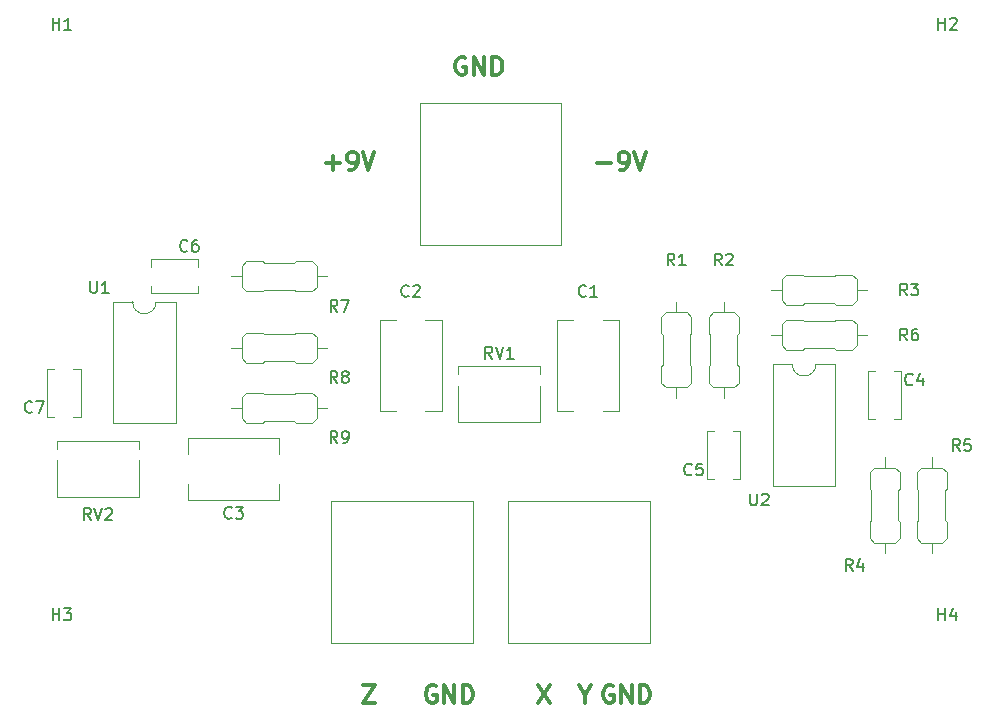
<source format=gto>
G04 #@! TF.GenerationSoftware,KiCad,Pcbnew,7.0.1*
G04 #@! TF.CreationDate,2023-05-01T00:30:29+02:00*
G04 #@! TF.ProjectId,ChuaCircuits,43687561-4369-4726-9375-6974732e6b69,rev?*
G04 #@! TF.SameCoordinates,Original*
G04 #@! TF.FileFunction,Legend,Top*
G04 #@! TF.FilePolarity,Positive*
%FSLAX46Y46*%
G04 Gerber Fmt 4.6, Leading zero omitted, Abs format (unit mm)*
G04 Created by KiCad (PCBNEW 7.0.1) date 2023-05-01 00:30:29*
%MOMM*%
%LPD*%
G01*
G04 APERTURE LIST*
%ADD10C,0.300000*%
%ADD11C,0.150000*%
%ADD12C,0.100000*%
%ADD13C,0.120000*%
%ADD14C,4.700000*%
%ADD15C,1.500000*%
%ADD16O,1.600000X1.600000*%
%ADD17C,1.600000*%
%ADD18C,2.000000*%
%ADD19C,1.440000*%
G04 APERTURE END LIST*
D10*
X107752143Y-66042857D02*
X107609286Y-65971428D01*
X107609286Y-65971428D02*
X107395000Y-65971428D01*
X107395000Y-65971428D02*
X107180714Y-66042857D01*
X107180714Y-66042857D02*
X107037857Y-66185714D01*
X107037857Y-66185714D02*
X106966428Y-66328571D01*
X106966428Y-66328571D02*
X106895000Y-66614285D01*
X106895000Y-66614285D02*
X106895000Y-66828571D01*
X106895000Y-66828571D02*
X106966428Y-67114285D01*
X106966428Y-67114285D02*
X107037857Y-67257142D01*
X107037857Y-67257142D02*
X107180714Y-67400000D01*
X107180714Y-67400000D02*
X107395000Y-67471428D01*
X107395000Y-67471428D02*
X107537857Y-67471428D01*
X107537857Y-67471428D02*
X107752143Y-67400000D01*
X107752143Y-67400000D02*
X107823571Y-67328571D01*
X107823571Y-67328571D02*
X107823571Y-66828571D01*
X107823571Y-66828571D02*
X107537857Y-66828571D01*
X108466428Y-67471428D02*
X108466428Y-65971428D01*
X108466428Y-65971428D02*
X109323571Y-67471428D01*
X109323571Y-67471428D02*
X109323571Y-65971428D01*
X110037857Y-67471428D02*
X110037857Y-65971428D01*
X110037857Y-65971428D02*
X110395000Y-65971428D01*
X110395000Y-65971428D02*
X110609286Y-66042857D01*
X110609286Y-66042857D02*
X110752143Y-66185714D01*
X110752143Y-66185714D02*
X110823572Y-66328571D01*
X110823572Y-66328571D02*
X110895000Y-66614285D01*
X110895000Y-66614285D02*
X110895000Y-66828571D01*
X110895000Y-66828571D02*
X110823572Y-67114285D01*
X110823572Y-67114285D02*
X110752143Y-67257142D01*
X110752143Y-67257142D02*
X110609286Y-67400000D01*
X110609286Y-67400000D02*
X110395000Y-67471428D01*
X110395000Y-67471428D02*
X110037857Y-67471428D01*
X95977142Y-74930000D02*
X97120000Y-74930000D01*
X96548571Y-75501428D02*
X96548571Y-74358571D01*
X97905714Y-75501428D02*
X98191428Y-75501428D01*
X98191428Y-75501428D02*
X98334285Y-75430000D01*
X98334285Y-75430000D02*
X98405714Y-75358571D01*
X98405714Y-75358571D02*
X98548571Y-75144285D01*
X98548571Y-75144285D02*
X98620000Y-74858571D01*
X98620000Y-74858571D02*
X98620000Y-74287142D01*
X98620000Y-74287142D02*
X98548571Y-74144285D01*
X98548571Y-74144285D02*
X98477143Y-74072857D01*
X98477143Y-74072857D02*
X98334285Y-74001428D01*
X98334285Y-74001428D02*
X98048571Y-74001428D01*
X98048571Y-74001428D02*
X97905714Y-74072857D01*
X97905714Y-74072857D02*
X97834285Y-74144285D01*
X97834285Y-74144285D02*
X97762857Y-74287142D01*
X97762857Y-74287142D02*
X97762857Y-74644285D01*
X97762857Y-74644285D02*
X97834285Y-74787142D01*
X97834285Y-74787142D02*
X97905714Y-74858571D01*
X97905714Y-74858571D02*
X98048571Y-74930000D01*
X98048571Y-74930000D02*
X98334285Y-74930000D01*
X98334285Y-74930000D02*
X98477143Y-74858571D01*
X98477143Y-74858571D02*
X98548571Y-74787142D01*
X98548571Y-74787142D02*
X98620000Y-74644285D01*
X99048571Y-74001428D02*
X99548571Y-75501428D01*
X99548571Y-75501428D02*
X100048571Y-74001428D01*
X118937142Y-74930000D02*
X120080000Y-74930000D01*
X120865714Y-75501428D02*
X121151428Y-75501428D01*
X121151428Y-75501428D02*
X121294285Y-75430000D01*
X121294285Y-75430000D02*
X121365714Y-75358571D01*
X121365714Y-75358571D02*
X121508571Y-75144285D01*
X121508571Y-75144285D02*
X121580000Y-74858571D01*
X121580000Y-74858571D02*
X121580000Y-74287142D01*
X121580000Y-74287142D02*
X121508571Y-74144285D01*
X121508571Y-74144285D02*
X121437143Y-74072857D01*
X121437143Y-74072857D02*
X121294285Y-74001428D01*
X121294285Y-74001428D02*
X121008571Y-74001428D01*
X121008571Y-74001428D02*
X120865714Y-74072857D01*
X120865714Y-74072857D02*
X120794285Y-74144285D01*
X120794285Y-74144285D02*
X120722857Y-74287142D01*
X120722857Y-74287142D02*
X120722857Y-74644285D01*
X120722857Y-74644285D02*
X120794285Y-74787142D01*
X120794285Y-74787142D02*
X120865714Y-74858571D01*
X120865714Y-74858571D02*
X121008571Y-74930000D01*
X121008571Y-74930000D02*
X121294285Y-74930000D01*
X121294285Y-74930000D02*
X121437143Y-74858571D01*
X121437143Y-74858571D02*
X121508571Y-74787142D01*
X121508571Y-74787142D02*
X121580000Y-74644285D01*
X122008571Y-74001428D02*
X122508571Y-75501428D01*
X122508571Y-75501428D02*
X123008571Y-74001428D01*
X117895000Y-119942142D02*
X117895000Y-120656428D01*
X117395000Y-119156428D02*
X117895000Y-119942142D01*
X117895000Y-119942142D02*
X118395000Y-119156428D01*
X113895000Y-119156428D02*
X114895000Y-120656428D01*
X114895000Y-119156428D02*
X113895000Y-120656428D01*
X99084285Y-119156428D02*
X100084285Y-119156428D01*
X100084285Y-119156428D02*
X99084285Y-120656428D01*
X99084285Y-120656428D02*
X100084285Y-120656428D01*
X105252143Y-119227857D02*
X105109286Y-119156428D01*
X105109286Y-119156428D02*
X104895000Y-119156428D01*
X104895000Y-119156428D02*
X104680714Y-119227857D01*
X104680714Y-119227857D02*
X104537857Y-119370714D01*
X104537857Y-119370714D02*
X104466428Y-119513571D01*
X104466428Y-119513571D02*
X104395000Y-119799285D01*
X104395000Y-119799285D02*
X104395000Y-120013571D01*
X104395000Y-120013571D02*
X104466428Y-120299285D01*
X104466428Y-120299285D02*
X104537857Y-120442142D01*
X104537857Y-120442142D02*
X104680714Y-120585000D01*
X104680714Y-120585000D02*
X104895000Y-120656428D01*
X104895000Y-120656428D02*
X105037857Y-120656428D01*
X105037857Y-120656428D02*
X105252143Y-120585000D01*
X105252143Y-120585000D02*
X105323571Y-120513571D01*
X105323571Y-120513571D02*
X105323571Y-120013571D01*
X105323571Y-120013571D02*
X105037857Y-120013571D01*
X105966428Y-120656428D02*
X105966428Y-119156428D01*
X105966428Y-119156428D02*
X106823571Y-120656428D01*
X106823571Y-120656428D02*
X106823571Y-119156428D01*
X107537857Y-120656428D02*
X107537857Y-119156428D01*
X107537857Y-119156428D02*
X107895000Y-119156428D01*
X107895000Y-119156428D02*
X108109286Y-119227857D01*
X108109286Y-119227857D02*
X108252143Y-119370714D01*
X108252143Y-119370714D02*
X108323572Y-119513571D01*
X108323572Y-119513571D02*
X108395000Y-119799285D01*
X108395000Y-119799285D02*
X108395000Y-120013571D01*
X108395000Y-120013571D02*
X108323572Y-120299285D01*
X108323572Y-120299285D02*
X108252143Y-120442142D01*
X108252143Y-120442142D02*
X108109286Y-120585000D01*
X108109286Y-120585000D02*
X107895000Y-120656428D01*
X107895000Y-120656428D02*
X107537857Y-120656428D01*
X120252143Y-119227857D02*
X120109286Y-119156428D01*
X120109286Y-119156428D02*
X119895000Y-119156428D01*
X119895000Y-119156428D02*
X119680714Y-119227857D01*
X119680714Y-119227857D02*
X119537857Y-119370714D01*
X119537857Y-119370714D02*
X119466428Y-119513571D01*
X119466428Y-119513571D02*
X119395000Y-119799285D01*
X119395000Y-119799285D02*
X119395000Y-120013571D01*
X119395000Y-120013571D02*
X119466428Y-120299285D01*
X119466428Y-120299285D02*
X119537857Y-120442142D01*
X119537857Y-120442142D02*
X119680714Y-120585000D01*
X119680714Y-120585000D02*
X119895000Y-120656428D01*
X119895000Y-120656428D02*
X120037857Y-120656428D01*
X120037857Y-120656428D02*
X120252143Y-120585000D01*
X120252143Y-120585000D02*
X120323571Y-120513571D01*
X120323571Y-120513571D02*
X120323571Y-120013571D01*
X120323571Y-120013571D02*
X120037857Y-120013571D01*
X120966428Y-120656428D02*
X120966428Y-119156428D01*
X120966428Y-119156428D02*
X121823571Y-120656428D01*
X121823571Y-120656428D02*
X121823571Y-119156428D01*
X122537857Y-120656428D02*
X122537857Y-119156428D01*
X122537857Y-119156428D02*
X122895000Y-119156428D01*
X122895000Y-119156428D02*
X123109286Y-119227857D01*
X123109286Y-119227857D02*
X123252143Y-119370714D01*
X123252143Y-119370714D02*
X123323572Y-119513571D01*
X123323572Y-119513571D02*
X123395000Y-119799285D01*
X123395000Y-119799285D02*
X123395000Y-120013571D01*
X123395000Y-120013571D02*
X123323572Y-120299285D01*
X123323572Y-120299285D02*
X123252143Y-120442142D01*
X123252143Y-120442142D02*
X123109286Y-120585000D01*
X123109286Y-120585000D02*
X122895000Y-120656428D01*
X122895000Y-120656428D02*
X122537857Y-120656428D01*
D11*
X147798094Y-113642618D02*
X147798094Y-112642618D01*
X147798094Y-113118808D02*
X148369522Y-113118808D01*
X148369522Y-113642618D02*
X148369522Y-112642618D01*
X149274284Y-112975951D02*
X149274284Y-113642618D01*
X149036189Y-112594999D02*
X148798094Y-113309284D01*
X148798094Y-113309284D02*
X149417141Y-113309284D01*
X72798096Y-113642618D02*
X72798096Y-112642618D01*
X72798096Y-113118808D02*
X73369524Y-113118808D01*
X73369524Y-113642618D02*
X73369524Y-112642618D01*
X73750477Y-112642618D02*
X74369524Y-112642618D01*
X74369524Y-112642618D02*
X74036191Y-113023570D01*
X74036191Y-113023570D02*
X74179048Y-113023570D01*
X74179048Y-113023570D02*
X74274286Y-113071189D01*
X74274286Y-113071189D02*
X74321905Y-113118808D01*
X74321905Y-113118808D02*
X74369524Y-113214046D01*
X74369524Y-113214046D02*
X74369524Y-113452141D01*
X74369524Y-113452141D02*
X74321905Y-113547379D01*
X74321905Y-113547379D02*
X74274286Y-113594999D01*
X74274286Y-113594999D02*
X74179048Y-113642618D01*
X74179048Y-113642618D02*
X73893334Y-113642618D01*
X73893334Y-113642618D02*
X73798096Y-113594999D01*
X73798096Y-113594999D02*
X73750477Y-113547379D01*
X147798094Y-63642620D02*
X147798094Y-62642620D01*
X147798094Y-63118810D02*
X148369522Y-63118810D01*
X148369522Y-63642620D02*
X148369522Y-62642620D01*
X148798094Y-62737858D02*
X148845713Y-62690239D01*
X148845713Y-62690239D02*
X148940951Y-62642620D01*
X148940951Y-62642620D02*
X149179046Y-62642620D01*
X149179046Y-62642620D02*
X149274284Y-62690239D01*
X149274284Y-62690239D02*
X149321903Y-62737858D01*
X149321903Y-62737858D02*
X149369522Y-62833096D01*
X149369522Y-62833096D02*
X149369522Y-62928334D01*
X149369522Y-62928334D02*
X149321903Y-63071191D01*
X149321903Y-63071191D02*
X148750475Y-63642620D01*
X148750475Y-63642620D02*
X149369522Y-63642620D01*
X72798093Y-63642619D02*
X72798093Y-62642619D01*
X72798093Y-63118809D02*
X73369521Y-63118809D01*
X73369521Y-63642619D02*
X73369521Y-62642619D01*
X74369521Y-63642619D02*
X73798093Y-63642619D01*
X74083807Y-63642619D02*
X74083807Y-62642619D01*
X74083807Y-62642619D02*
X73988569Y-62785476D01*
X73988569Y-62785476D02*
X73893331Y-62880714D01*
X73893331Y-62880714D02*
X73798093Y-62928333D01*
X125453333Y-83602619D02*
X125120000Y-83126428D01*
X124881905Y-83602619D02*
X124881905Y-82602619D01*
X124881905Y-82602619D02*
X125262857Y-82602619D01*
X125262857Y-82602619D02*
X125358095Y-82650238D01*
X125358095Y-82650238D02*
X125405714Y-82697857D01*
X125405714Y-82697857D02*
X125453333Y-82793095D01*
X125453333Y-82793095D02*
X125453333Y-82935952D01*
X125453333Y-82935952D02*
X125405714Y-83031190D01*
X125405714Y-83031190D02*
X125358095Y-83078809D01*
X125358095Y-83078809D02*
X125262857Y-83126428D01*
X125262857Y-83126428D02*
X124881905Y-83126428D01*
X126405714Y-83602619D02*
X125834286Y-83602619D01*
X126120000Y-83602619D02*
X126120000Y-82602619D01*
X126120000Y-82602619D02*
X126024762Y-82745476D01*
X126024762Y-82745476D02*
X125929524Y-82840714D01*
X125929524Y-82840714D02*
X125834286Y-82888333D01*
X71053333Y-96007380D02*
X71005714Y-96055000D01*
X71005714Y-96055000D02*
X70862857Y-96102619D01*
X70862857Y-96102619D02*
X70767619Y-96102619D01*
X70767619Y-96102619D02*
X70624762Y-96055000D01*
X70624762Y-96055000D02*
X70529524Y-95959761D01*
X70529524Y-95959761D02*
X70481905Y-95864523D01*
X70481905Y-95864523D02*
X70434286Y-95674047D01*
X70434286Y-95674047D02*
X70434286Y-95531190D01*
X70434286Y-95531190D02*
X70481905Y-95340714D01*
X70481905Y-95340714D02*
X70529524Y-95245476D01*
X70529524Y-95245476D02*
X70624762Y-95150238D01*
X70624762Y-95150238D02*
X70767619Y-95102619D01*
X70767619Y-95102619D02*
X70862857Y-95102619D01*
X70862857Y-95102619D02*
X71005714Y-95150238D01*
X71005714Y-95150238D02*
X71053333Y-95197857D01*
X71386667Y-95102619D02*
X72053333Y-95102619D01*
X72053333Y-95102619D02*
X71624762Y-96102619D01*
X117953333Y-86167380D02*
X117905714Y-86215000D01*
X117905714Y-86215000D02*
X117762857Y-86262619D01*
X117762857Y-86262619D02*
X117667619Y-86262619D01*
X117667619Y-86262619D02*
X117524762Y-86215000D01*
X117524762Y-86215000D02*
X117429524Y-86119761D01*
X117429524Y-86119761D02*
X117381905Y-86024523D01*
X117381905Y-86024523D02*
X117334286Y-85834047D01*
X117334286Y-85834047D02*
X117334286Y-85691190D01*
X117334286Y-85691190D02*
X117381905Y-85500714D01*
X117381905Y-85500714D02*
X117429524Y-85405476D01*
X117429524Y-85405476D02*
X117524762Y-85310238D01*
X117524762Y-85310238D02*
X117667619Y-85262619D01*
X117667619Y-85262619D02*
X117762857Y-85262619D01*
X117762857Y-85262619D02*
X117905714Y-85310238D01*
X117905714Y-85310238D02*
X117953333Y-85357857D01*
X118905714Y-86262619D02*
X118334286Y-86262619D01*
X118620000Y-86262619D02*
X118620000Y-85262619D01*
X118620000Y-85262619D02*
X118524762Y-85405476D01*
X118524762Y-85405476D02*
X118429524Y-85500714D01*
X118429524Y-85500714D02*
X118334286Y-85548333D01*
X84213333Y-82347380D02*
X84165714Y-82395000D01*
X84165714Y-82395000D02*
X84022857Y-82442619D01*
X84022857Y-82442619D02*
X83927619Y-82442619D01*
X83927619Y-82442619D02*
X83784762Y-82395000D01*
X83784762Y-82395000D02*
X83689524Y-82299761D01*
X83689524Y-82299761D02*
X83641905Y-82204523D01*
X83641905Y-82204523D02*
X83594286Y-82014047D01*
X83594286Y-82014047D02*
X83594286Y-81871190D01*
X83594286Y-81871190D02*
X83641905Y-81680714D01*
X83641905Y-81680714D02*
X83689524Y-81585476D01*
X83689524Y-81585476D02*
X83784762Y-81490238D01*
X83784762Y-81490238D02*
X83927619Y-81442619D01*
X83927619Y-81442619D02*
X84022857Y-81442619D01*
X84022857Y-81442619D02*
X84165714Y-81490238D01*
X84165714Y-81490238D02*
X84213333Y-81537857D01*
X85070476Y-81442619D02*
X84880000Y-81442619D01*
X84880000Y-81442619D02*
X84784762Y-81490238D01*
X84784762Y-81490238D02*
X84737143Y-81537857D01*
X84737143Y-81537857D02*
X84641905Y-81680714D01*
X84641905Y-81680714D02*
X84594286Y-81871190D01*
X84594286Y-81871190D02*
X84594286Y-82252142D01*
X84594286Y-82252142D02*
X84641905Y-82347380D01*
X84641905Y-82347380D02*
X84689524Y-82395000D01*
X84689524Y-82395000D02*
X84784762Y-82442619D01*
X84784762Y-82442619D02*
X84975238Y-82442619D01*
X84975238Y-82442619D02*
X85070476Y-82395000D01*
X85070476Y-82395000D02*
X85118095Y-82347380D01*
X85118095Y-82347380D02*
X85165714Y-82252142D01*
X85165714Y-82252142D02*
X85165714Y-82014047D01*
X85165714Y-82014047D02*
X85118095Y-81918809D01*
X85118095Y-81918809D02*
X85070476Y-81871190D01*
X85070476Y-81871190D02*
X84975238Y-81823571D01*
X84975238Y-81823571D02*
X84784762Y-81823571D01*
X84784762Y-81823571D02*
X84689524Y-81871190D01*
X84689524Y-81871190D02*
X84641905Y-81918809D01*
X84641905Y-81918809D02*
X84594286Y-82014047D01*
X102953333Y-86167380D02*
X102905714Y-86215000D01*
X102905714Y-86215000D02*
X102762857Y-86262619D01*
X102762857Y-86262619D02*
X102667619Y-86262619D01*
X102667619Y-86262619D02*
X102524762Y-86215000D01*
X102524762Y-86215000D02*
X102429524Y-86119761D01*
X102429524Y-86119761D02*
X102381905Y-86024523D01*
X102381905Y-86024523D02*
X102334286Y-85834047D01*
X102334286Y-85834047D02*
X102334286Y-85691190D01*
X102334286Y-85691190D02*
X102381905Y-85500714D01*
X102381905Y-85500714D02*
X102429524Y-85405476D01*
X102429524Y-85405476D02*
X102524762Y-85310238D01*
X102524762Y-85310238D02*
X102667619Y-85262619D01*
X102667619Y-85262619D02*
X102762857Y-85262619D01*
X102762857Y-85262619D02*
X102905714Y-85310238D01*
X102905714Y-85310238D02*
X102953333Y-85357857D01*
X103334286Y-85357857D02*
X103381905Y-85310238D01*
X103381905Y-85310238D02*
X103477143Y-85262619D01*
X103477143Y-85262619D02*
X103715238Y-85262619D01*
X103715238Y-85262619D02*
X103810476Y-85310238D01*
X103810476Y-85310238D02*
X103858095Y-85357857D01*
X103858095Y-85357857D02*
X103905714Y-85453095D01*
X103905714Y-85453095D02*
X103905714Y-85548333D01*
X103905714Y-85548333D02*
X103858095Y-85691190D01*
X103858095Y-85691190D02*
X103286667Y-86262619D01*
X103286667Y-86262619D02*
X103905714Y-86262619D01*
X110024761Y-91492619D02*
X109691428Y-91016428D01*
X109453333Y-91492619D02*
X109453333Y-90492619D01*
X109453333Y-90492619D02*
X109834285Y-90492619D01*
X109834285Y-90492619D02*
X109929523Y-90540238D01*
X109929523Y-90540238D02*
X109977142Y-90587857D01*
X109977142Y-90587857D02*
X110024761Y-90683095D01*
X110024761Y-90683095D02*
X110024761Y-90825952D01*
X110024761Y-90825952D02*
X109977142Y-90921190D01*
X109977142Y-90921190D02*
X109929523Y-90968809D01*
X109929523Y-90968809D02*
X109834285Y-91016428D01*
X109834285Y-91016428D02*
X109453333Y-91016428D01*
X110310476Y-90492619D02*
X110643809Y-91492619D01*
X110643809Y-91492619D02*
X110977142Y-90492619D01*
X111834285Y-91492619D02*
X111262857Y-91492619D01*
X111548571Y-91492619D02*
X111548571Y-90492619D01*
X111548571Y-90492619D02*
X111453333Y-90635476D01*
X111453333Y-90635476D02*
X111358095Y-90730714D01*
X111358095Y-90730714D02*
X111262857Y-90778333D01*
X129453333Y-83602619D02*
X129120000Y-83126428D01*
X128881905Y-83602619D02*
X128881905Y-82602619D01*
X128881905Y-82602619D02*
X129262857Y-82602619D01*
X129262857Y-82602619D02*
X129358095Y-82650238D01*
X129358095Y-82650238D02*
X129405714Y-82697857D01*
X129405714Y-82697857D02*
X129453333Y-82793095D01*
X129453333Y-82793095D02*
X129453333Y-82935952D01*
X129453333Y-82935952D02*
X129405714Y-83031190D01*
X129405714Y-83031190D02*
X129358095Y-83078809D01*
X129358095Y-83078809D02*
X129262857Y-83126428D01*
X129262857Y-83126428D02*
X128881905Y-83126428D01*
X129834286Y-82697857D02*
X129881905Y-82650238D01*
X129881905Y-82650238D02*
X129977143Y-82602619D01*
X129977143Y-82602619D02*
X130215238Y-82602619D01*
X130215238Y-82602619D02*
X130310476Y-82650238D01*
X130310476Y-82650238D02*
X130358095Y-82697857D01*
X130358095Y-82697857D02*
X130405714Y-82793095D01*
X130405714Y-82793095D02*
X130405714Y-82888333D01*
X130405714Y-82888333D02*
X130358095Y-83031190D01*
X130358095Y-83031190D02*
X129786667Y-83602619D01*
X129786667Y-83602619D02*
X130405714Y-83602619D01*
X145153333Y-89952619D02*
X144820000Y-89476428D01*
X144581905Y-89952619D02*
X144581905Y-88952619D01*
X144581905Y-88952619D02*
X144962857Y-88952619D01*
X144962857Y-88952619D02*
X145058095Y-89000238D01*
X145058095Y-89000238D02*
X145105714Y-89047857D01*
X145105714Y-89047857D02*
X145153333Y-89143095D01*
X145153333Y-89143095D02*
X145153333Y-89285952D01*
X145153333Y-89285952D02*
X145105714Y-89381190D01*
X145105714Y-89381190D02*
X145058095Y-89428809D01*
X145058095Y-89428809D02*
X144962857Y-89476428D01*
X144962857Y-89476428D02*
X144581905Y-89476428D01*
X146010476Y-88952619D02*
X145820000Y-88952619D01*
X145820000Y-88952619D02*
X145724762Y-89000238D01*
X145724762Y-89000238D02*
X145677143Y-89047857D01*
X145677143Y-89047857D02*
X145581905Y-89190714D01*
X145581905Y-89190714D02*
X145534286Y-89381190D01*
X145534286Y-89381190D02*
X145534286Y-89762142D01*
X145534286Y-89762142D02*
X145581905Y-89857380D01*
X145581905Y-89857380D02*
X145629524Y-89905000D01*
X145629524Y-89905000D02*
X145724762Y-89952619D01*
X145724762Y-89952619D02*
X145915238Y-89952619D01*
X145915238Y-89952619D02*
X146010476Y-89905000D01*
X146010476Y-89905000D02*
X146058095Y-89857380D01*
X146058095Y-89857380D02*
X146105714Y-89762142D01*
X146105714Y-89762142D02*
X146105714Y-89524047D01*
X146105714Y-89524047D02*
X146058095Y-89428809D01*
X146058095Y-89428809D02*
X146010476Y-89381190D01*
X146010476Y-89381190D02*
X145915238Y-89333571D01*
X145915238Y-89333571D02*
X145724762Y-89333571D01*
X145724762Y-89333571D02*
X145629524Y-89381190D01*
X145629524Y-89381190D02*
X145581905Y-89428809D01*
X145581905Y-89428809D02*
X145534286Y-89524047D01*
X126913333Y-101287380D02*
X126865714Y-101335000D01*
X126865714Y-101335000D02*
X126722857Y-101382619D01*
X126722857Y-101382619D02*
X126627619Y-101382619D01*
X126627619Y-101382619D02*
X126484762Y-101335000D01*
X126484762Y-101335000D02*
X126389524Y-101239761D01*
X126389524Y-101239761D02*
X126341905Y-101144523D01*
X126341905Y-101144523D02*
X126294286Y-100954047D01*
X126294286Y-100954047D02*
X126294286Y-100811190D01*
X126294286Y-100811190D02*
X126341905Y-100620714D01*
X126341905Y-100620714D02*
X126389524Y-100525476D01*
X126389524Y-100525476D02*
X126484762Y-100430238D01*
X126484762Y-100430238D02*
X126627619Y-100382619D01*
X126627619Y-100382619D02*
X126722857Y-100382619D01*
X126722857Y-100382619D02*
X126865714Y-100430238D01*
X126865714Y-100430238D02*
X126913333Y-100477857D01*
X127818095Y-100382619D02*
X127341905Y-100382619D01*
X127341905Y-100382619D02*
X127294286Y-100858809D01*
X127294286Y-100858809D02*
X127341905Y-100811190D01*
X127341905Y-100811190D02*
X127437143Y-100763571D01*
X127437143Y-100763571D02*
X127675238Y-100763571D01*
X127675238Y-100763571D02*
X127770476Y-100811190D01*
X127770476Y-100811190D02*
X127818095Y-100858809D01*
X127818095Y-100858809D02*
X127865714Y-100954047D01*
X127865714Y-100954047D02*
X127865714Y-101192142D01*
X127865714Y-101192142D02*
X127818095Y-101287380D01*
X127818095Y-101287380D02*
X127770476Y-101335000D01*
X127770476Y-101335000D02*
X127675238Y-101382619D01*
X127675238Y-101382619D02*
X127437143Y-101382619D01*
X127437143Y-101382619D02*
X127341905Y-101335000D01*
X127341905Y-101335000D02*
X127294286Y-101287380D01*
X76044761Y-105157619D02*
X75711428Y-104681428D01*
X75473333Y-105157619D02*
X75473333Y-104157619D01*
X75473333Y-104157619D02*
X75854285Y-104157619D01*
X75854285Y-104157619D02*
X75949523Y-104205238D01*
X75949523Y-104205238D02*
X75997142Y-104252857D01*
X75997142Y-104252857D02*
X76044761Y-104348095D01*
X76044761Y-104348095D02*
X76044761Y-104490952D01*
X76044761Y-104490952D02*
X75997142Y-104586190D01*
X75997142Y-104586190D02*
X75949523Y-104633809D01*
X75949523Y-104633809D02*
X75854285Y-104681428D01*
X75854285Y-104681428D02*
X75473333Y-104681428D01*
X76330476Y-104157619D02*
X76663809Y-105157619D01*
X76663809Y-105157619D02*
X76997142Y-104157619D01*
X77282857Y-104252857D02*
X77330476Y-104205238D01*
X77330476Y-104205238D02*
X77425714Y-104157619D01*
X77425714Y-104157619D02*
X77663809Y-104157619D01*
X77663809Y-104157619D02*
X77759047Y-104205238D01*
X77759047Y-104205238D02*
X77806666Y-104252857D01*
X77806666Y-104252857D02*
X77854285Y-104348095D01*
X77854285Y-104348095D02*
X77854285Y-104443333D01*
X77854285Y-104443333D02*
X77806666Y-104586190D01*
X77806666Y-104586190D02*
X77235238Y-105157619D01*
X77235238Y-105157619D02*
X77854285Y-105157619D01*
X140533333Y-109462619D02*
X140200000Y-108986428D01*
X139961905Y-109462619D02*
X139961905Y-108462619D01*
X139961905Y-108462619D02*
X140342857Y-108462619D01*
X140342857Y-108462619D02*
X140438095Y-108510238D01*
X140438095Y-108510238D02*
X140485714Y-108557857D01*
X140485714Y-108557857D02*
X140533333Y-108653095D01*
X140533333Y-108653095D02*
X140533333Y-108795952D01*
X140533333Y-108795952D02*
X140485714Y-108891190D01*
X140485714Y-108891190D02*
X140438095Y-108938809D01*
X140438095Y-108938809D02*
X140342857Y-108986428D01*
X140342857Y-108986428D02*
X139961905Y-108986428D01*
X141390476Y-108795952D02*
X141390476Y-109462619D01*
X141152381Y-108415000D02*
X140914286Y-109129285D01*
X140914286Y-109129285D02*
X141533333Y-109129285D01*
X131858095Y-102922619D02*
X131858095Y-103732142D01*
X131858095Y-103732142D02*
X131905714Y-103827380D01*
X131905714Y-103827380D02*
X131953333Y-103875000D01*
X131953333Y-103875000D02*
X132048571Y-103922619D01*
X132048571Y-103922619D02*
X132239047Y-103922619D01*
X132239047Y-103922619D02*
X132334285Y-103875000D01*
X132334285Y-103875000D02*
X132381904Y-103827380D01*
X132381904Y-103827380D02*
X132429523Y-103732142D01*
X132429523Y-103732142D02*
X132429523Y-102922619D01*
X132858095Y-103017857D02*
X132905714Y-102970238D01*
X132905714Y-102970238D02*
X133000952Y-102922619D01*
X133000952Y-102922619D02*
X133239047Y-102922619D01*
X133239047Y-102922619D02*
X133334285Y-102970238D01*
X133334285Y-102970238D02*
X133381904Y-103017857D01*
X133381904Y-103017857D02*
X133429523Y-103113095D01*
X133429523Y-103113095D02*
X133429523Y-103208333D01*
X133429523Y-103208333D02*
X133381904Y-103351190D01*
X133381904Y-103351190D02*
X132810476Y-103922619D01*
X132810476Y-103922619D02*
X133429523Y-103922619D01*
X96913333Y-93562619D02*
X96580000Y-93086428D01*
X96341905Y-93562619D02*
X96341905Y-92562619D01*
X96341905Y-92562619D02*
X96722857Y-92562619D01*
X96722857Y-92562619D02*
X96818095Y-92610238D01*
X96818095Y-92610238D02*
X96865714Y-92657857D01*
X96865714Y-92657857D02*
X96913333Y-92753095D01*
X96913333Y-92753095D02*
X96913333Y-92895952D01*
X96913333Y-92895952D02*
X96865714Y-92991190D01*
X96865714Y-92991190D02*
X96818095Y-93038809D01*
X96818095Y-93038809D02*
X96722857Y-93086428D01*
X96722857Y-93086428D02*
X96341905Y-93086428D01*
X97484762Y-92991190D02*
X97389524Y-92943571D01*
X97389524Y-92943571D02*
X97341905Y-92895952D01*
X97341905Y-92895952D02*
X97294286Y-92800714D01*
X97294286Y-92800714D02*
X97294286Y-92753095D01*
X97294286Y-92753095D02*
X97341905Y-92657857D01*
X97341905Y-92657857D02*
X97389524Y-92610238D01*
X97389524Y-92610238D02*
X97484762Y-92562619D01*
X97484762Y-92562619D02*
X97675238Y-92562619D01*
X97675238Y-92562619D02*
X97770476Y-92610238D01*
X97770476Y-92610238D02*
X97818095Y-92657857D01*
X97818095Y-92657857D02*
X97865714Y-92753095D01*
X97865714Y-92753095D02*
X97865714Y-92800714D01*
X97865714Y-92800714D02*
X97818095Y-92895952D01*
X97818095Y-92895952D02*
X97770476Y-92943571D01*
X97770476Y-92943571D02*
X97675238Y-92991190D01*
X97675238Y-92991190D02*
X97484762Y-92991190D01*
X97484762Y-92991190D02*
X97389524Y-93038809D01*
X97389524Y-93038809D02*
X97341905Y-93086428D01*
X97341905Y-93086428D02*
X97294286Y-93181666D01*
X97294286Y-93181666D02*
X97294286Y-93372142D01*
X97294286Y-93372142D02*
X97341905Y-93467380D01*
X97341905Y-93467380D02*
X97389524Y-93515000D01*
X97389524Y-93515000D02*
X97484762Y-93562619D01*
X97484762Y-93562619D02*
X97675238Y-93562619D01*
X97675238Y-93562619D02*
X97770476Y-93515000D01*
X97770476Y-93515000D02*
X97818095Y-93467380D01*
X97818095Y-93467380D02*
X97865714Y-93372142D01*
X97865714Y-93372142D02*
X97865714Y-93181666D01*
X97865714Y-93181666D02*
X97818095Y-93086428D01*
X97818095Y-93086428D02*
X97770476Y-93038809D01*
X97770476Y-93038809D02*
X97675238Y-92991190D01*
X149613333Y-99302619D02*
X149280000Y-98826428D01*
X149041905Y-99302619D02*
X149041905Y-98302619D01*
X149041905Y-98302619D02*
X149422857Y-98302619D01*
X149422857Y-98302619D02*
X149518095Y-98350238D01*
X149518095Y-98350238D02*
X149565714Y-98397857D01*
X149565714Y-98397857D02*
X149613333Y-98493095D01*
X149613333Y-98493095D02*
X149613333Y-98635952D01*
X149613333Y-98635952D02*
X149565714Y-98731190D01*
X149565714Y-98731190D02*
X149518095Y-98778809D01*
X149518095Y-98778809D02*
X149422857Y-98826428D01*
X149422857Y-98826428D02*
X149041905Y-98826428D01*
X150518095Y-98302619D02*
X150041905Y-98302619D01*
X150041905Y-98302619D02*
X149994286Y-98778809D01*
X149994286Y-98778809D02*
X150041905Y-98731190D01*
X150041905Y-98731190D02*
X150137143Y-98683571D01*
X150137143Y-98683571D02*
X150375238Y-98683571D01*
X150375238Y-98683571D02*
X150470476Y-98731190D01*
X150470476Y-98731190D02*
X150518095Y-98778809D01*
X150518095Y-98778809D02*
X150565714Y-98874047D01*
X150565714Y-98874047D02*
X150565714Y-99112142D01*
X150565714Y-99112142D02*
X150518095Y-99207380D01*
X150518095Y-99207380D02*
X150470476Y-99255000D01*
X150470476Y-99255000D02*
X150375238Y-99302619D01*
X150375238Y-99302619D02*
X150137143Y-99302619D01*
X150137143Y-99302619D02*
X150041905Y-99255000D01*
X150041905Y-99255000D02*
X149994286Y-99207380D01*
X96913333Y-98642619D02*
X96580000Y-98166428D01*
X96341905Y-98642619D02*
X96341905Y-97642619D01*
X96341905Y-97642619D02*
X96722857Y-97642619D01*
X96722857Y-97642619D02*
X96818095Y-97690238D01*
X96818095Y-97690238D02*
X96865714Y-97737857D01*
X96865714Y-97737857D02*
X96913333Y-97833095D01*
X96913333Y-97833095D02*
X96913333Y-97975952D01*
X96913333Y-97975952D02*
X96865714Y-98071190D01*
X96865714Y-98071190D02*
X96818095Y-98118809D01*
X96818095Y-98118809D02*
X96722857Y-98166428D01*
X96722857Y-98166428D02*
X96341905Y-98166428D01*
X97389524Y-98642619D02*
X97580000Y-98642619D01*
X97580000Y-98642619D02*
X97675238Y-98595000D01*
X97675238Y-98595000D02*
X97722857Y-98547380D01*
X97722857Y-98547380D02*
X97818095Y-98404523D01*
X97818095Y-98404523D02*
X97865714Y-98214047D01*
X97865714Y-98214047D02*
X97865714Y-97833095D01*
X97865714Y-97833095D02*
X97818095Y-97737857D01*
X97818095Y-97737857D02*
X97770476Y-97690238D01*
X97770476Y-97690238D02*
X97675238Y-97642619D01*
X97675238Y-97642619D02*
X97484762Y-97642619D01*
X97484762Y-97642619D02*
X97389524Y-97690238D01*
X97389524Y-97690238D02*
X97341905Y-97737857D01*
X97341905Y-97737857D02*
X97294286Y-97833095D01*
X97294286Y-97833095D02*
X97294286Y-98071190D01*
X97294286Y-98071190D02*
X97341905Y-98166428D01*
X97341905Y-98166428D02*
X97389524Y-98214047D01*
X97389524Y-98214047D02*
X97484762Y-98261666D01*
X97484762Y-98261666D02*
X97675238Y-98261666D01*
X97675238Y-98261666D02*
X97770476Y-98214047D01*
X97770476Y-98214047D02*
X97818095Y-98166428D01*
X97818095Y-98166428D02*
X97865714Y-98071190D01*
X87963333Y-104957380D02*
X87915714Y-105005000D01*
X87915714Y-105005000D02*
X87772857Y-105052619D01*
X87772857Y-105052619D02*
X87677619Y-105052619D01*
X87677619Y-105052619D02*
X87534762Y-105005000D01*
X87534762Y-105005000D02*
X87439524Y-104909761D01*
X87439524Y-104909761D02*
X87391905Y-104814523D01*
X87391905Y-104814523D02*
X87344286Y-104624047D01*
X87344286Y-104624047D02*
X87344286Y-104481190D01*
X87344286Y-104481190D02*
X87391905Y-104290714D01*
X87391905Y-104290714D02*
X87439524Y-104195476D01*
X87439524Y-104195476D02*
X87534762Y-104100238D01*
X87534762Y-104100238D02*
X87677619Y-104052619D01*
X87677619Y-104052619D02*
X87772857Y-104052619D01*
X87772857Y-104052619D02*
X87915714Y-104100238D01*
X87915714Y-104100238D02*
X87963333Y-104147857D01*
X88296667Y-104052619D02*
X88915714Y-104052619D01*
X88915714Y-104052619D02*
X88582381Y-104433571D01*
X88582381Y-104433571D02*
X88725238Y-104433571D01*
X88725238Y-104433571D02*
X88820476Y-104481190D01*
X88820476Y-104481190D02*
X88868095Y-104528809D01*
X88868095Y-104528809D02*
X88915714Y-104624047D01*
X88915714Y-104624047D02*
X88915714Y-104862142D01*
X88915714Y-104862142D02*
X88868095Y-104957380D01*
X88868095Y-104957380D02*
X88820476Y-105005000D01*
X88820476Y-105005000D02*
X88725238Y-105052619D01*
X88725238Y-105052619D02*
X88439524Y-105052619D01*
X88439524Y-105052619D02*
X88344286Y-105005000D01*
X88344286Y-105005000D02*
X88296667Y-104957380D01*
X96913333Y-87522619D02*
X96580000Y-87046428D01*
X96341905Y-87522619D02*
X96341905Y-86522619D01*
X96341905Y-86522619D02*
X96722857Y-86522619D01*
X96722857Y-86522619D02*
X96818095Y-86570238D01*
X96818095Y-86570238D02*
X96865714Y-86617857D01*
X96865714Y-86617857D02*
X96913333Y-86713095D01*
X96913333Y-86713095D02*
X96913333Y-86855952D01*
X96913333Y-86855952D02*
X96865714Y-86951190D01*
X96865714Y-86951190D02*
X96818095Y-86998809D01*
X96818095Y-86998809D02*
X96722857Y-87046428D01*
X96722857Y-87046428D02*
X96341905Y-87046428D01*
X97246667Y-86522619D02*
X97913333Y-86522619D01*
X97913333Y-86522619D02*
X97484762Y-87522619D01*
X145613333Y-93667380D02*
X145565714Y-93715000D01*
X145565714Y-93715000D02*
X145422857Y-93762619D01*
X145422857Y-93762619D02*
X145327619Y-93762619D01*
X145327619Y-93762619D02*
X145184762Y-93715000D01*
X145184762Y-93715000D02*
X145089524Y-93619761D01*
X145089524Y-93619761D02*
X145041905Y-93524523D01*
X145041905Y-93524523D02*
X144994286Y-93334047D01*
X144994286Y-93334047D02*
X144994286Y-93191190D01*
X144994286Y-93191190D02*
X145041905Y-93000714D01*
X145041905Y-93000714D02*
X145089524Y-92905476D01*
X145089524Y-92905476D02*
X145184762Y-92810238D01*
X145184762Y-92810238D02*
X145327619Y-92762619D01*
X145327619Y-92762619D02*
X145422857Y-92762619D01*
X145422857Y-92762619D02*
X145565714Y-92810238D01*
X145565714Y-92810238D02*
X145613333Y-92857857D01*
X146470476Y-93095952D02*
X146470476Y-93762619D01*
X146232381Y-92715000D02*
X145994286Y-93429285D01*
X145994286Y-93429285D02*
X146613333Y-93429285D01*
X145153333Y-86142619D02*
X144820000Y-85666428D01*
X144581905Y-86142619D02*
X144581905Y-85142619D01*
X144581905Y-85142619D02*
X144962857Y-85142619D01*
X144962857Y-85142619D02*
X145058095Y-85190238D01*
X145058095Y-85190238D02*
X145105714Y-85237857D01*
X145105714Y-85237857D02*
X145153333Y-85333095D01*
X145153333Y-85333095D02*
X145153333Y-85475952D01*
X145153333Y-85475952D02*
X145105714Y-85571190D01*
X145105714Y-85571190D02*
X145058095Y-85618809D01*
X145058095Y-85618809D02*
X144962857Y-85666428D01*
X144962857Y-85666428D02*
X144581905Y-85666428D01*
X145486667Y-85142619D02*
X146105714Y-85142619D01*
X146105714Y-85142619D02*
X145772381Y-85523571D01*
X145772381Y-85523571D02*
X145915238Y-85523571D01*
X145915238Y-85523571D02*
X146010476Y-85571190D01*
X146010476Y-85571190D02*
X146058095Y-85618809D01*
X146058095Y-85618809D02*
X146105714Y-85714047D01*
X146105714Y-85714047D02*
X146105714Y-85952142D01*
X146105714Y-85952142D02*
X146058095Y-86047380D01*
X146058095Y-86047380D02*
X146010476Y-86095000D01*
X146010476Y-86095000D02*
X145915238Y-86142619D01*
X145915238Y-86142619D02*
X145629524Y-86142619D01*
X145629524Y-86142619D02*
X145534286Y-86095000D01*
X145534286Y-86095000D02*
X145486667Y-86047380D01*
X75998095Y-84942619D02*
X75998095Y-85752142D01*
X75998095Y-85752142D02*
X76045714Y-85847380D01*
X76045714Y-85847380D02*
X76093333Y-85895000D01*
X76093333Y-85895000D02*
X76188571Y-85942619D01*
X76188571Y-85942619D02*
X76379047Y-85942619D01*
X76379047Y-85942619D02*
X76474285Y-85895000D01*
X76474285Y-85895000D02*
X76521904Y-85847380D01*
X76521904Y-85847380D02*
X76569523Y-85752142D01*
X76569523Y-85752142D02*
X76569523Y-84942619D01*
X77569523Y-85942619D02*
X76998095Y-85942619D01*
X77283809Y-85942619D02*
X77283809Y-84942619D01*
X77283809Y-84942619D02*
X77188571Y-85085476D01*
X77188571Y-85085476D02*
X77093333Y-85180714D01*
X77093333Y-85180714D02*
X76998095Y-85228333D01*
D12*
X111370000Y-115540000D02*
X111370000Y-103540000D01*
X123370000Y-115540000D02*
X111370000Y-115540000D01*
X123370000Y-103540000D02*
X123370000Y-115540000D01*
X111370000Y-103540000D02*
X123370000Y-103540000D01*
X96370000Y-115540000D02*
X96370000Y-103540000D01*
X108370000Y-115540000D02*
X96370000Y-115540000D01*
X108370000Y-103540000D02*
X108370000Y-115540000D01*
X96370000Y-103540000D02*
X108370000Y-103540000D01*
D13*
X124731000Y-93935000D02*
X124350000Y-93554000D01*
X125620000Y-93935000D02*
X125620000Y-94824000D01*
X126509000Y-93935000D02*
X124731000Y-93935000D01*
X126509000Y-93935000D02*
X126890000Y-93554000D01*
X124350000Y-93554000D02*
X124350000Y-92157000D01*
X126890000Y-93554000D02*
X126890000Y-92157000D01*
X124350000Y-92157000D02*
X124477000Y-92030000D01*
X126890000Y-92157000D02*
X126763000Y-92030000D01*
X124477000Y-92030000D02*
X124477000Y-90760000D01*
X126763000Y-92030000D02*
X126763000Y-90760000D01*
X124477000Y-89490000D02*
X124477000Y-90760000D01*
X126763000Y-89490000D02*
X126763000Y-90760000D01*
X124350000Y-89363000D02*
X124477000Y-89490000D01*
X126890000Y-89363000D02*
X126763000Y-89490000D01*
X124350000Y-87966000D02*
X124350000Y-89363000D01*
X126890000Y-87966000D02*
X126890000Y-89363000D01*
X124731000Y-87585000D02*
X124350000Y-87966000D01*
X125620000Y-87585000D02*
X125620000Y-86696000D01*
X126509000Y-87585000D02*
X126890000Y-87966000D01*
X126509000Y-87585000D02*
X124731000Y-87585000D01*
X74555000Y-92370000D02*
X75180000Y-92370000D01*
X72340000Y-92370000D02*
X72965000Y-92370000D01*
X75180000Y-96410000D02*
X75180000Y-92370000D01*
X74555000Y-96410000D02*
X75180000Y-96410000D01*
X72340000Y-96410000D02*
X72340000Y-92370000D01*
X72340000Y-96410000D02*
X72965000Y-96410000D01*
X119376000Y-88220000D02*
X120740000Y-88220000D01*
X115500000Y-88220000D02*
X116864000Y-88220000D01*
X120740000Y-95960000D02*
X120740000Y-88220000D01*
X119376000Y-95960000D02*
X120740000Y-95960000D01*
X115500000Y-95960000D02*
X115500000Y-88220000D01*
X115500000Y-95960000D02*
X116864000Y-95960000D01*
D12*
X103870000Y-69860000D02*
X115870000Y-69860000D01*
X103870000Y-81860000D02*
X103870000Y-69860000D01*
X115870000Y-69860000D02*
X115870000Y-81860000D01*
X115870000Y-81860000D02*
X103870000Y-81860000D01*
D13*
X85150000Y-85940000D02*
X85150000Y-85315000D01*
X85150000Y-85940000D02*
X81110000Y-85940000D01*
X85150000Y-83725000D02*
X85150000Y-83100000D01*
X85150000Y-83100000D02*
X81110000Y-83100000D01*
X81110000Y-85940000D02*
X81110000Y-85315000D01*
X81110000Y-83725000D02*
X81110000Y-83100000D01*
X104376000Y-88220000D02*
X105740000Y-88220000D01*
X100500000Y-88220000D02*
X101864000Y-88220000D01*
X105740000Y-95960000D02*
X105740000Y-88220000D01*
X104376000Y-95960000D02*
X105740000Y-95960000D01*
X100500000Y-95960000D02*
X100500000Y-88220000D01*
X100500000Y-95960000D02*
X101864000Y-95960000D01*
X114095000Y-93795000D02*
X114095000Y-96900000D01*
X114095000Y-92160000D02*
X114095000Y-92805000D01*
X107145000Y-96900000D02*
X114095000Y-96900000D01*
X107145000Y-93795000D02*
X107145000Y-96900000D01*
X107145000Y-92160000D02*
X114095000Y-92160000D01*
X107145000Y-92160000D02*
X107145000Y-92805000D01*
X128731000Y-93935000D02*
X128350000Y-93554000D01*
X129620000Y-93935000D02*
X129620000Y-94824000D01*
X130509000Y-93935000D02*
X128731000Y-93935000D01*
X130509000Y-93935000D02*
X130890000Y-93554000D01*
X128350000Y-93554000D02*
X128350000Y-92157000D01*
X130890000Y-93554000D02*
X130890000Y-92157000D01*
X128350000Y-92157000D02*
X128477000Y-92030000D01*
X130890000Y-92157000D02*
X130763000Y-92030000D01*
X128477000Y-92030000D02*
X128477000Y-90760000D01*
X130763000Y-92030000D02*
X130763000Y-90760000D01*
X128477000Y-89490000D02*
X128477000Y-90760000D01*
X130763000Y-89490000D02*
X130763000Y-90760000D01*
X128350000Y-89363000D02*
X128477000Y-89490000D01*
X130890000Y-89363000D02*
X130763000Y-89490000D01*
X128350000Y-87966000D02*
X128350000Y-89363000D01*
X130890000Y-87966000D02*
X130890000Y-89363000D01*
X128731000Y-87585000D02*
X128350000Y-87966000D01*
X129620000Y-87585000D02*
X129620000Y-86696000D01*
X130509000Y-87585000D02*
X130890000Y-87966000D01*
X130509000Y-87585000D02*
X128731000Y-87585000D01*
X140875000Y-90379000D02*
X140494000Y-90760000D01*
X140875000Y-89490000D02*
X141764000Y-89490000D01*
X140875000Y-88601000D02*
X140875000Y-90379000D01*
X140875000Y-88601000D02*
X140494000Y-88220000D01*
X140494000Y-90760000D02*
X139097000Y-90760000D01*
X140494000Y-88220000D02*
X139097000Y-88220000D01*
X139097000Y-90760000D02*
X138970000Y-90633000D01*
X139097000Y-88220000D02*
X138970000Y-88347000D01*
X138970000Y-90633000D02*
X137700000Y-90633000D01*
X138970000Y-88347000D02*
X137700000Y-88347000D01*
X136430000Y-90633000D02*
X137700000Y-90633000D01*
X136430000Y-88347000D02*
X137700000Y-88347000D01*
X136303000Y-90760000D02*
X136430000Y-90633000D01*
X136303000Y-88220000D02*
X136430000Y-88347000D01*
X134906000Y-90760000D02*
X136303000Y-90760000D01*
X134906000Y-88220000D02*
X136303000Y-88220000D01*
X134525000Y-90379000D02*
X134906000Y-90760000D01*
X134525000Y-89490000D02*
X133636000Y-89490000D01*
X134525000Y-88601000D02*
X134906000Y-88220000D01*
X134525000Y-88601000D02*
X134525000Y-90379000D01*
X130415000Y-97650000D02*
X131040000Y-97650000D01*
X128200000Y-97650000D02*
X128825000Y-97650000D01*
X131040000Y-101690000D02*
X131040000Y-97650000D01*
X130415000Y-101690000D02*
X131040000Y-101690000D01*
X128200000Y-101690000D02*
X128200000Y-97650000D01*
X128200000Y-101690000D02*
X128825000Y-101690000D01*
X80115000Y-100110000D02*
X80115000Y-103215000D01*
X80115000Y-98475000D02*
X80115000Y-99120000D01*
X73165000Y-103215000D02*
X80115000Y-103215000D01*
X73165000Y-100110000D02*
X73165000Y-103215000D01*
X73165000Y-98475000D02*
X80115000Y-98475000D01*
X73165000Y-98475000D02*
X73165000Y-99120000D01*
X144129000Y-100745000D02*
X144510000Y-101126000D01*
X143240000Y-100745000D02*
X143240000Y-99856000D01*
X142351000Y-100745000D02*
X144129000Y-100745000D01*
X142351000Y-100745000D02*
X141970000Y-101126000D01*
X144510000Y-101126000D02*
X144510000Y-102523000D01*
X141970000Y-101126000D02*
X141970000Y-102523000D01*
X144510000Y-102523000D02*
X144383000Y-102650000D01*
X141970000Y-102523000D02*
X142097000Y-102650000D01*
X144383000Y-102650000D02*
X144383000Y-103920000D01*
X142097000Y-102650000D02*
X142097000Y-103920000D01*
X144383000Y-105190000D02*
X144383000Y-103920000D01*
X142097000Y-105190000D02*
X142097000Y-103920000D01*
X144510000Y-105317000D02*
X144383000Y-105190000D01*
X141970000Y-105317000D02*
X142097000Y-105190000D01*
X144510000Y-106714000D02*
X144510000Y-105317000D01*
X141970000Y-106714000D02*
X141970000Y-105317000D01*
X144129000Y-107095000D02*
X144510000Y-106714000D01*
X143240000Y-107095000D02*
X143240000Y-107984000D01*
X142351000Y-107095000D02*
X141970000Y-106714000D01*
X142351000Y-107095000D02*
X144129000Y-107095000D01*
X135430000Y-91970000D02*
G75*
G03*
X137430000Y-91970000I1000000J0D01*
G01*
X139080000Y-102250000D02*
X139080000Y-91970000D01*
X139080000Y-91970000D02*
X137430000Y-91970000D01*
X135430000Y-91970000D02*
X133780000Y-91970000D01*
X133780000Y-102250000D02*
X139080000Y-102250000D01*
X133780000Y-91970000D02*
X133780000Y-102250000D01*
X95175000Y-91449000D02*
X94794000Y-91830000D01*
X95175000Y-90560000D02*
X96064000Y-90560000D01*
X95175000Y-89671000D02*
X95175000Y-91449000D01*
X95175000Y-89671000D02*
X94794000Y-89290000D01*
X94794000Y-91830000D02*
X93397000Y-91830000D01*
X94794000Y-89290000D02*
X93397000Y-89290000D01*
X93397000Y-91830000D02*
X93270000Y-91703000D01*
X93397000Y-89290000D02*
X93270000Y-89417000D01*
X93270000Y-91703000D02*
X92000000Y-91703000D01*
X93270000Y-89417000D02*
X92000000Y-89417000D01*
X90730000Y-91703000D02*
X92000000Y-91703000D01*
X90730000Y-89417000D02*
X92000000Y-89417000D01*
X90603000Y-91830000D02*
X90730000Y-91703000D01*
X90603000Y-89290000D02*
X90730000Y-89417000D01*
X89206000Y-91830000D02*
X90603000Y-91830000D01*
X89206000Y-89290000D02*
X90603000Y-89290000D01*
X88825000Y-91449000D02*
X89206000Y-91830000D01*
X88825000Y-90560000D02*
X87936000Y-90560000D01*
X88825000Y-89671000D02*
X89206000Y-89290000D01*
X88825000Y-89671000D02*
X88825000Y-91449000D01*
X148129000Y-100745000D02*
X148510000Y-101126000D01*
X147240000Y-100745000D02*
X147240000Y-99856000D01*
X146351000Y-100745000D02*
X148129000Y-100745000D01*
X146351000Y-100745000D02*
X145970000Y-101126000D01*
X148510000Y-101126000D02*
X148510000Y-102523000D01*
X145970000Y-101126000D02*
X145970000Y-102523000D01*
X148510000Y-102523000D02*
X148383000Y-102650000D01*
X145970000Y-102523000D02*
X146097000Y-102650000D01*
X148383000Y-102650000D02*
X148383000Y-103920000D01*
X146097000Y-102650000D02*
X146097000Y-103920000D01*
X148383000Y-105190000D02*
X148383000Y-103920000D01*
X146097000Y-105190000D02*
X146097000Y-103920000D01*
X148510000Y-105317000D02*
X148383000Y-105190000D01*
X145970000Y-105317000D02*
X146097000Y-105190000D01*
X148510000Y-106714000D02*
X148510000Y-105317000D01*
X145970000Y-106714000D02*
X145970000Y-105317000D01*
X148129000Y-107095000D02*
X148510000Y-106714000D01*
X147240000Y-107095000D02*
X147240000Y-107984000D01*
X146351000Y-107095000D02*
X145970000Y-106714000D01*
X146351000Y-107095000D02*
X148129000Y-107095000D01*
X95175000Y-96529000D02*
X94794000Y-96910000D01*
X95175000Y-95640000D02*
X96064000Y-95640000D01*
X95175000Y-94751000D02*
X95175000Y-96529000D01*
X95175000Y-94751000D02*
X94794000Y-94370000D01*
X94794000Y-96910000D02*
X93397000Y-96910000D01*
X94794000Y-94370000D02*
X93397000Y-94370000D01*
X93397000Y-96910000D02*
X93270000Y-96783000D01*
X93397000Y-94370000D02*
X93270000Y-94497000D01*
X93270000Y-96783000D02*
X92000000Y-96783000D01*
X93270000Y-94497000D02*
X92000000Y-94497000D01*
X90730000Y-96783000D02*
X92000000Y-96783000D01*
X90730000Y-94497000D02*
X92000000Y-94497000D01*
X90603000Y-96910000D02*
X90730000Y-96783000D01*
X90603000Y-94370000D02*
X90730000Y-94497000D01*
X89206000Y-96910000D02*
X90603000Y-96910000D01*
X89206000Y-94370000D02*
X90603000Y-94370000D01*
X88825000Y-96529000D02*
X89206000Y-96910000D01*
X88825000Y-95640000D02*
X87936000Y-95640000D01*
X88825000Y-94751000D02*
X89206000Y-94370000D01*
X88825000Y-94751000D02*
X88825000Y-96529000D01*
X92000000Y-103460000D02*
X92000000Y-102096000D01*
X92000000Y-103460000D02*
X84260000Y-103460000D01*
X92000000Y-99584000D02*
X92000000Y-98220000D01*
X92000000Y-98220000D02*
X84260000Y-98220000D01*
X84260000Y-103460000D02*
X84260000Y-102096000D01*
X84260000Y-99584000D02*
X84260000Y-98220000D01*
X95175000Y-85409000D02*
X94794000Y-85790000D01*
X95175000Y-84520000D02*
X96064000Y-84520000D01*
X95175000Y-83631000D02*
X95175000Y-85409000D01*
X95175000Y-83631000D02*
X94794000Y-83250000D01*
X94794000Y-85790000D02*
X93397000Y-85790000D01*
X94794000Y-83250000D02*
X93397000Y-83250000D01*
X93397000Y-85790000D02*
X93270000Y-85663000D01*
X93397000Y-83250000D02*
X93270000Y-83377000D01*
X93270000Y-85663000D02*
X92000000Y-85663000D01*
X93270000Y-83377000D02*
X92000000Y-83377000D01*
X90730000Y-85663000D02*
X92000000Y-85663000D01*
X90730000Y-83377000D02*
X92000000Y-83377000D01*
X90603000Y-85790000D02*
X90730000Y-85663000D01*
X90603000Y-83250000D02*
X90730000Y-83377000D01*
X89206000Y-85790000D02*
X90603000Y-85790000D01*
X89206000Y-83250000D02*
X90603000Y-83250000D01*
X88825000Y-85409000D02*
X89206000Y-85790000D01*
X88825000Y-84520000D02*
X87936000Y-84520000D01*
X88825000Y-83631000D02*
X89206000Y-83250000D01*
X88825000Y-83631000D02*
X88825000Y-85409000D01*
X142445000Y-96570000D02*
X141820000Y-96570000D01*
X144660000Y-96570000D02*
X144035000Y-96570000D01*
X141820000Y-92530000D02*
X141820000Y-96570000D01*
X142445000Y-92530000D02*
X141820000Y-92530000D01*
X144660000Y-92530000D02*
X144660000Y-96570000D01*
X144660000Y-92530000D02*
X144035000Y-92530000D01*
X140875000Y-86569000D02*
X140494000Y-86950000D01*
X140875000Y-85680000D02*
X141764000Y-85680000D01*
X140875000Y-84791000D02*
X140875000Y-86569000D01*
X140875000Y-84791000D02*
X140494000Y-84410000D01*
X140494000Y-86950000D02*
X139097000Y-86950000D01*
X140494000Y-84410000D02*
X139097000Y-84410000D01*
X139097000Y-86950000D02*
X138970000Y-86823000D01*
X139097000Y-84410000D02*
X138970000Y-84537000D01*
X138970000Y-86823000D02*
X137700000Y-86823000D01*
X138970000Y-84537000D02*
X137700000Y-84537000D01*
X136430000Y-86823000D02*
X137700000Y-86823000D01*
X136430000Y-84537000D02*
X137700000Y-84537000D01*
X136303000Y-86950000D02*
X136430000Y-86823000D01*
X136303000Y-84410000D02*
X136430000Y-84537000D01*
X134906000Y-86950000D02*
X136303000Y-86950000D01*
X134906000Y-84410000D02*
X136303000Y-84410000D01*
X134525000Y-86569000D02*
X134906000Y-86950000D01*
X134525000Y-85680000D02*
X133636000Y-85680000D01*
X134525000Y-84791000D02*
X134906000Y-84410000D01*
X134525000Y-84791000D02*
X134525000Y-86569000D01*
X79570000Y-86690000D02*
G75*
G03*
X81570000Y-86690000I1000000J0D01*
G01*
X83220000Y-96970000D02*
X83220000Y-86690000D01*
X83220000Y-86690000D02*
X81570000Y-86690000D01*
X79570000Y-86690000D02*
X77920000Y-86690000D01*
X77920000Y-96970000D02*
X83220000Y-96970000D01*
X77920000Y-86690000D02*
X77920000Y-96970000D01*
%LPC*%
D14*
X148559999Y-116529999D03*
X73560001Y-116529999D03*
X148559999Y-66530001D03*
X73559998Y-66530000D03*
D15*
X121620000Y-110840000D03*
X118120000Y-105840000D03*
X114620000Y-110840000D03*
X106620000Y-110840000D03*
X103120000Y-105840000D03*
X99620000Y-110840000D03*
D16*
X125620000Y-95840000D03*
D17*
X125620000Y-85680000D03*
X73760000Y-93140000D03*
X73760000Y-95640000D03*
D18*
X118120000Y-88340000D03*
X118120000Y-95840000D03*
D15*
X105620000Y-74560000D03*
X109120000Y-79560000D03*
X112620000Y-74560000D03*
D17*
X84380000Y-84520000D03*
X81880000Y-84520000D03*
D18*
X103120000Y-88340000D03*
X103120000Y-95840000D03*
D19*
X108080000Y-93300000D03*
X110620000Y-95840000D03*
X113160000Y-93300000D03*
D16*
X129620000Y-95840000D03*
D17*
X129620000Y-85680000D03*
D16*
X142780000Y-89490000D03*
D17*
X132620000Y-89490000D03*
X129620000Y-98420000D03*
X129620000Y-100920000D03*
D19*
X74100000Y-99615000D03*
X76640000Y-102155000D03*
X79180000Y-99615000D03*
D16*
X143240000Y-98840000D03*
D17*
X143240000Y-109000000D03*
D16*
X140240000Y-93300000D03*
X140240000Y-95840000D03*
X140240000Y-98380000D03*
X140240000Y-100920000D03*
X132620000Y-100920000D03*
X132620000Y-98380000D03*
X132620000Y-95840000D03*
D17*
X132620000Y-93300000D03*
D16*
X97080000Y-90560000D03*
D17*
X86920000Y-90560000D03*
D16*
X147240000Y-98840000D03*
D17*
X147240000Y-109000000D03*
D16*
X97080000Y-95640000D03*
D17*
X86920000Y-95640000D03*
D18*
X91880000Y-100840000D03*
X84380000Y-100840000D03*
D16*
X97080000Y-84520000D03*
D17*
X86920000Y-84520000D03*
X143240000Y-95800000D03*
X143240000Y-93300000D03*
D16*
X142780000Y-85680000D03*
D17*
X132620000Y-85680000D03*
D16*
X84380000Y-88020000D03*
X84380000Y-90560000D03*
X84380000Y-93100000D03*
X84380000Y-95640000D03*
X76760000Y-95640000D03*
X76760000Y-93100000D03*
X76760000Y-90560000D03*
D17*
X76760000Y-88020000D03*
M02*

</source>
